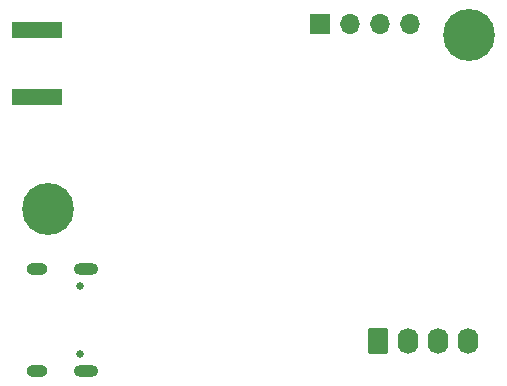
<source format=gbr>
%TF.GenerationSoftware,KiCad,Pcbnew,(6.0.1)*%
%TF.CreationDate,2023-03-02T19:10:53-05:00*%
%TF.ProjectId,PCBFiles_Gateway,50434246-696c-4657-935f-476174657761,rev?*%
%TF.SameCoordinates,Original*%
%TF.FileFunction,Soldermask,Bot*%
%TF.FilePolarity,Negative*%
%FSLAX46Y46*%
G04 Gerber Fmt 4.6, Leading zero omitted, Abs format (unit mm)*
G04 Created by KiCad (PCBNEW (6.0.1)) date 2023-03-02 19:10:53*
%MOMM*%
%LPD*%
G01*
G04 APERTURE LIST*
G04 Aperture macros list*
%AMRoundRect*
0 Rectangle with rounded corners*
0 $1 Rounding radius*
0 $2 $3 $4 $5 $6 $7 $8 $9 X,Y pos of 4 corners*
0 Add a 4 corners polygon primitive as box body*
4,1,4,$2,$3,$4,$5,$6,$7,$8,$9,$2,$3,0*
0 Add four circle primitives for the rounded corners*
1,1,$1+$1,$2,$3*
1,1,$1+$1,$4,$5*
1,1,$1+$1,$6,$7*
1,1,$1+$1,$8,$9*
0 Add four rect primitives between the rounded corners*
20,1,$1+$1,$2,$3,$4,$5,0*
20,1,$1+$1,$4,$5,$6,$7,0*
20,1,$1+$1,$6,$7,$8,$9,0*
20,1,$1+$1,$8,$9,$2,$3,0*%
G04 Aperture macros list end*
%ADD10R,4.200000X1.350000*%
%ADD11C,4.400000*%
%ADD12R,1.700000X1.700000*%
%ADD13O,1.700000X1.700000*%
%ADD14RoundRect,0.250000X-0.620000X-0.845000X0.620000X-0.845000X0.620000X0.845000X-0.620000X0.845000X0*%
%ADD15O,1.740000X2.190000*%
%ADD16C,0.650000*%
%ADD17O,2.100000X1.000000*%
%ADD18O,1.800000X1.000000*%
G04 APERTURE END LIST*
D10*
%TO.C,J2*%
X128432500Y-83785000D03*
X128432500Y-89435000D03*
%TD*%
D11*
%TO.C,H2*%
X129350000Y-98910000D03*
%TD*%
D12*
%TO.C,J4*%
X152440000Y-83270000D03*
D13*
X154980000Y-83270000D03*
X157520000Y-83270000D03*
X160060000Y-83270000D03*
%TD*%
D11*
%TO.C,H1*%
X165050000Y-84160000D03*
%TD*%
D14*
%TO.C,J3*%
X157330000Y-110130000D03*
D15*
X159870000Y-110130000D03*
X162410000Y-110130000D03*
X164950000Y-110130000D03*
%TD*%
D16*
%TO.C,J1*%
X132090000Y-111210000D03*
X132090000Y-105430000D03*
D17*
X132620000Y-112640000D03*
D18*
X128440000Y-104000000D03*
X128440000Y-112640000D03*
D17*
X132620000Y-104000000D03*
%TD*%
M02*

</source>
